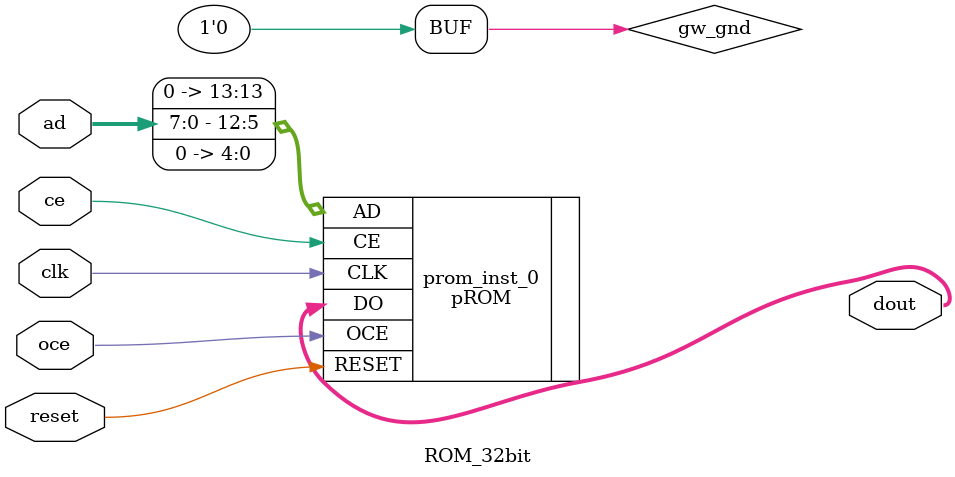
<source format=v>
module ROM_32bit (dout, clk, oce, ce, reset, ad);
output [31:0] dout;
input clk;
input oce;
input ce;
input reset;
input [7:0] ad;

wire gw_gnd;

assign gw_gnd = 1'b0;

pROM prom_inst_0 (
    .DO(dout[31:0]),
    .CLK(clk),
    .OCE(oce),
    .CE(ce),
    .RESET(reset),
    .AD({gw_gnd,ad[7:0],gw_gnd,gw_gnd,gw_gnd,gw_gnd,gw_gnd})
);

defparam prom_inst_0.READ_MODE = 1'b0;
defparam prom_inst_0.BIT_WIDTH = 32;
defparam prom_inst_0.RESET_MODE = "SYNC";

defparam prom_inst_0.INIT_RAM_00 = 256'h0700008606000086050000860400008603000086020000860100008600000086;
defparam prom_inst_0.INIT_RAM_01 = 256'h25000020100000270E0000860C0000860B0000860A0000860900008608000086;
defparam prom_inst_0.INIT_RAM_02 = 256'h13600A610A600D4200000040000000400C001586000000260D0007860C001386;
defparam prom_inst_0.INIT_RAM_03 = 256'h1B010A610A010D4200000040000000400C001586000000260D000B060C001086;
defparam prom_inst_0.INIT_RAM_04 = 256'h25000020130000271B000027000000260B000D0600000040000000400C001086;

endmodule

</source>
